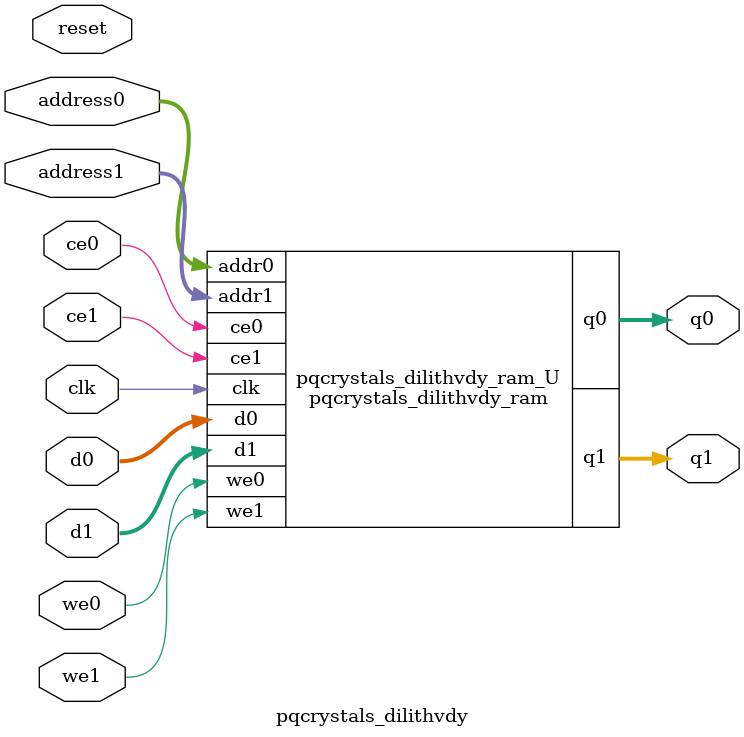
<source format=v>
`timescale 1 ns / 1 ps
module pqcrystals_dilithvdy_ram (addr0, ce0, d0, we0, q0, addr1, ce1, d1, we1, q1,  clk);

parameter DWIDTH = 32;
parameter AWIDTH = 10;
parameter MEM_SIZE = 1024;

input[AWIDTH-1:0] addr0;
input ce0;
input[DWIDTH-1:0] d0;
input we0;
output reg[DWIDTH-1:0] q0;
input[AWIDTH-1:0] addr1;
input ce1;
input[DWIDTH-1:0] d1;
input we1;
output reg[DWIDTH-1:0] q1;
input clk;

(* ram_style = "block" *)reg [DWIDTH-1:0] ram[0:MEM_SIZE-1];




always @(posedge clk)  
begin 
    if (ce0) begin
        if (we0) 
            ram[addr0] <= d0; 
        q0 <= ram[addr0];
    end
end


always @(posedge clk)  
begin 
    if (ce1) begin
        if (we1) 
            ram[addr1] <= d1; 
        q1 <= ram[addr1];
    end
end


endmodule

`timescale 1 ns / 1 ps
module pqcrystals_dilithvdy(
    reset,
    clk,
    address0,
    ce0,
    we0,
    d0,
    q0,
    address1,
    ce1,
    we1,
    d1,
    q1);

parameter DataWidth = 32'd32;
parameter AddressRange = 32'd1024;
parameter AddressWidth = 32'd10;
input reset;
input clk;
input[AddressWidth - 1:0] address0;
input ce0;
input we0;
input[DataWidth - 1:0] d0;
output[DataWidth - 1:0] q0;
input[AddressWidth - 1:0] address1;
input ce1;
input we1;
input[DataWidth - 1:0] d1;
output[DataWidth - 1:0] q1;



pqcrystals_dilithvdy_ram pqcrystals_dilithvdy_ram_U(
    .clk( clk ),
    .addr0( address0 ),
    .ce0( ce0 ),
    .we0( we0 ),
    .d0( d0 ),
    .q0( q0 ),
    .addr1( address1 ),
    .ce1( ce1 ),
    .we1( we1 ),
    .d1( d1 ),
    .q1( q1 ));

endmodule


</source>
